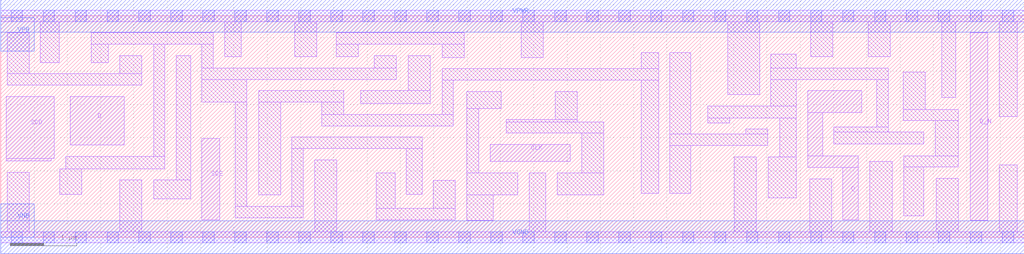
<source format=lef>
# Copyright 2020 The SkyWater PDK Authors
#
# Licensed under the Apache License, Version 2.0 (the "License");
# you may not use this file except in compliance with the License.
# You may obtain a copy of the License at
#
#     https://www.apache.org/licenses/LICENSE-2.0
#
# Unless required by applicable law or agreed to in writing, software
# distributed under the License is distributed on an "AS IS" BASIS,
# WITHOUT WARRANTIES OR CONDITIONS OF ANY KIND, either express or implied.
# See the License for the specific language governing permissions and
# limitations under the License.
#
# SPDX-License-Identifier: Apache-2.0

VERSION 5.5 ;
NAMESCASESENSITIVE ON ;
BUSBITCHARS "[]" ;
DIVIDERCHAR "/" ;
MACRO sky130_fd_sc_lp__sdfxbp_2
  CLASS CORE ;
  SOURCE USER ;
  ORIGIN  0.000000  0.000000 ;
  SIZE  15.36000 BY  3.330000 ;
  SYMMETRY X Y R90 ;
  SITE unit ;
  PIN D
    ANTENNAGATEAREA  0.159000 ;
    DIRECTION INPUT ;
    USE SIGNAL ;
    PORT
      LAYER li1 ;
        RECT 1.040000 1.385000 1.850000 2.120000 ;
    END
  END D
  PIN Q
    ANTENNADIFFAREA  0.588000 ;
    DIRECTION OUTPUT ;
    USE SIGNAL ;
    PORT
      LAYER li1 ;
        RECT 12.110000 1.050000 12.870000 1.220000 ;
        RECT 12.110000 1.220000 12.335000 1.875000 ;
        RECT 12.110000 1.875000 12.920000 2.205000 ;
        RECT 12.640000 0.260000 12.870000 1.050000 ;
    END
  END Q
  PIN Q_N
    ANTENNADIFFAREA  0.588000 ;
    DIRECTION OUTPUT ;
    USE SIGNAL ;
    PORT
      LAYER li1 ;
        RECT 14.555000 0.255000 14.815000 3.075000 ;
    END
  END Q_N
  PIN SCD
    ANTENNAGATEAREA  0.159000 ;
    DIRECTION INPUT ;
    USE SIGNAL ;
    PORT
      LAYER li1 ;
        RECT 0.085000 1.145000 0.755000 1.185000 ;
        RECT 0.085000 1.185000 0.805000 2.120000 ;
    END
  END SCD
  PIN SCE
    ANTENNAGATEAREA  0.318000 ;
    DIRECTION INPUT ;
    USE SIGNAL ;
    PORT
      LAYER li1 ;
        RECT 3.020000 0.265000 3.285000 1.485000 ;
    END
  END SCE
  PIN CLK
    ANTENNAGATEAREA  0.159000 ;
    DIRECTION INPUT ;
    USE CLOCK ;
    PORT
      LAYER li1 ;
        RECT 7.345000 1.140000 8.550000 1.395000 ;
    END
  END CLK
  PIN VGND
    DIRECTION INOUT ;
    USE GROUND ;
    PORT
      LAYER met1 ;
        RECT 0.000000 -0.245000 15.360000 0.245000 ;
    END
  END VGND
  PIN VNB
    DIRECTION INOUT ;
    USE GROUND ;
    PORT
      LAYER met1 ;
        RECT 0.000000 0.000000 0.500000 0.500000 ;
    END
  END VNB
  PIN VPB
    DIRECTION INOUT ;
    USE POWER ;
    PORT
      LAYER met1 ;
        RECT 0.000000 2.800000 0.500000 3.300000 ;
    END
  END VPB
  PIN VPWR
    DIRECTION INOUT ;
    USE POWER ;
    PORT
      LAYER met1 ;
        RECT 0.000000 3.085000 15.360000 3.575000 ;
    END
  END VPWR
  OBS
    LAYER li1 ;
      RECT  0.000000 -0.085000 15.360000 0.085000 ;
      RECT  0.000000  3.245000 15.360000 3.415000 ;
      RECT  0.095000  0.085000  0.425000 0.975000 ;
      RECT  0.095000  2.290000  2.115000 2.460000 ;
      RECT  0.095000  2.460000  0.425000 3.075000 ;
      RECT  0.595000  2.630000  0.875000 3.245000 ;
      RECT  0.885000  0.645000  1.215000 1.030000 ;
      RECT  0.975000  1.030000  2.465000 1.215000 ;
      RECT  1.355000  2.630000  1.615000 2.905000 ;
      RECT  1.355000  2.905000  3.190000 3.075000 ;
      RECT  1.785000  0.085000  2.115000 0.860000 ;
      RECT  1.785000  2.460000  2.115000 2.735000 ;
      RECT  2.295000  0.580000  2.850000 0.860000 ;
      RECT  2.295000  1.215000  2.465000 2.905000 ;
      RECT  2.635000  0.860000  2.850000 2.735000 ;
      RECT  3.020000  2.035000  3.690000 2.375000 ;
      RECT  3.020000  2.375000  5.935000 2.545000 ;
      RECT  3.020000  2.545000  3.190000 2.905000 ;
      RECT  3.360000  2.715000  3.610000 3.245000 ;
      RECT  3.520000  0.295000  4.540000 0.465000 ;
      RECT  3.520000  0.465000  3.690000 2.035000 ;
      RECT  3.870000  0.635000  4.200000 2.035000 ;
      RECT  3.870000  2.035000  5.145000 2.205000 ;
      RECT  4.370000  0.465000  4.540000 1.335000 ;
      RECT  4.370000  1.335000  6.325000 1.505000 ;
      RECT  4.415000  2.715000  4.745000 3.245000 ;
      RECT  4.710000  0.085000  5.040000 1.165000 ;
      RECT  4.815000  1.675000  6.795000 1.845000 ;
      RECT  4.815000  1.845000  5.145000 2.035000 ;
      RECT  5.035000  2.715000  5.365000 2.905000 ;
      RECT  5.035000  2.905000  6.955000 3.075000 ;
      RECT  5.400000  2.015000  6.445000 2.205000 ;
      RECT  5.605000  2.545000  5.935000 2.735000 ;
      RECT  5.635000  0.265000  6.825000 0.435000 ;
      RECT  5.635000  0.435000  5.920000 0.965000 ;
      RECT  6.090000  0.645000  6.325000 1.335000 ;
      RECT  6.115000  2.205000  6.445000 2.735000 ;
      RECT  6.495000  0.435000  6.825000 0.855000 ;
      RECT  6.625000  1.845000  6.795000 2.365000 ;
      RECT  6.625000  2.365000  9.875000 2.535000 ;
      RECT  6.625000  2.705000  6.955000 2.905000 ;
      RECT  6.995000  0.255000  7.395000 0.640000 ;
      RECT  6.995000  0.640000  7.760000 0.970000 ;
      RECT  6.995000  0.970000  7.175000 1.940000 ;
      RECT  6.995000  1.940000  7.515000 2.195000 ;
      RECT  7.590000  1.565000  9.050000 1.735000 ;
      RECT  7.590000  1.735000  8.650000 1.770000 ;
      RECT  7.810000  2.705000  8.140000 3.245000 ;
      RECT  7.930000  0.085000  8.180000 0.970000 ;
      RECT  8.320000  1.770000  8.650000 2.195000 ;
      RECT  8.350000  0.640000  9.050000 0.970000 ;
      RECT  8.720000  0.970000  9.050000 1.565000 ;
      RECT  9.615000  0.660000  9.875000 2.365000 ;
      RECT  9.615000  2.535000  9.875000 2.775000 ;
      RECT 10.045000  0.660000 10.360000 1.380000 ;
      RECT 10.045000  1.380000 11.510000 1.550000 ;
      RECT 10.045000  1.550000 10.360000 2.775000 ;
      RECT 10.610000  1.720000 10.940000 1.795000 ;
      RECT 10.610000  1.795000 11.940000 1.975000 ;
      RECT 10.915000  2.145000 11.390000 3.245000 ;
      RECT 11.010000  0.085000 11.340000 1.210000 ;
      RECT 11.180000  1.550000 11.510000 1.625000 ;
      RECT 11.520000  0.590000 11.940000 1.210000 ;
      RECT 11.560000  1.975000 11.940000 2.375000 ;
      RECT 11.560000  2.375000 13.320000 2.545000 ;
      RECT 11.560000  2.545000 11.940000 2.755000 ;
      RECT 11.690000  1.210000 11.940000 1.795000 ;
      RECT 12.140000  0.085000 12.470000 0.880000 ;
      RECT 12.160000  2.715000 12.490000 3.245000 ;
      RECT 12.505000  1.405000 13.855000 1.585000 ;
      RECT 12.505000  1.585000 13.320000 1.655000 ;
      RECT 13.020000  2.715000 13.350000 3.245000 ;
      RECT 13.040000  0.085000 13.385000 1.140000 ;
      RECT 13.150000  1.655000 13.320000 2.375000 ;
      RECT 13.545000  1.755000 14.375000 1.925000 ;
      RECT 13.545000  1.925000 13.875000 2.485000 ;
      RECT 13.555000  0.325000 13.855000 1.055000 ;
      RECT 13.555000  1.055000 14.375000 1.225000 ;
      RECT 14.025000  1.225000 14.375000 1.755000 ;
      RECT 14.045000  0.085000 14.375000 0.885000 ;
      RECT 14.125000  2.105000 14.335000 3.245000 ;
      RECT 14.985000  0.085000 15.255000 1.090000 ;
      RECT 14.985000  1.815000 15.255000 3.245000 ;
    LAYER mcon ;
      RECT  0.155000 -0.085000  0.325000 0.085000 ;
      RECT  0.155000  3.245000  0.325000 3.415000 ;
      RECT  0.635000 -0.085000  0.805000 0.085000 ;
      RECT  0.635000  3.245000  0.805000 3.415000 ;
      RECT  1.115000 -0.085000  1.285000 0.085000 ;
      RECT  1.115000  3.245000  1.285000 3.415000 ;
      RECT  1.595000 -0.085000  1.765000 0.085000 ;
      RECT  1.595000  3.245000  1.765000 3.415000 ;
      RECT  2.075000 -0.085000  2.245000 0.085000 ;
      RECT  2.075000  3.245000  2.245000 3.415000 ;
      RECT  2.555000 -0.085000  2.725000 0.085000 ;
      RECT  2.555000  3.245000  2.725000 3.415000 ;
      RECT  3.035000 -0.085000  3.205000 0.085000 ;
      RECT  3.035000  3.245000  3.205000 3.415000 ;
      RECT  3.515000 -0.085000  3.685000 0.085000 ;
      RECT  3.515000  3.245000  3.685000 3.415000 ;
      RECT  3.995000 -0.085000  4.165000 0.085000 ;
      RECT  3.995000  3.245000  4.165000 3.415000 ;
      RECT  4.475000 -0.085000  4.645000 0.085000 ;
      RECT  4.475000  3.245000  4.645000 3.415000 ;
      RECT  4.955000 -0.085000  5.125000 0.085000 ;
      RECT  4.955000  3.245000  5.125000 3.415000 ;
      RECT  5.435000 -0.085000  5.605000 0.085000 ;
      RECT  5.435000  3.245000  5.605000 3.415000 ;
      RECT  5.915000 -0.085000  6.085000 0.085000 ;
      RECT  5.915000  3.245000  6.085000 3.415000 ;
      RECT  6.395000 -0.085000  6.565000 0.085000 ;
      RECT  6.395000  3.245000  6.565000 3.415000 ;
      RECT  6.875000 -0.085000  7.045000 0.085000 ;
      RECT  6.875000  3.245000  7.045000 3.415000 ;
      RECT  7.355000 -0.085000  7.525000 0.085000 ;
      RECT  7.355000  3.245000  7.525000 3.415000 ;
      RECT  7.835000 -0.085000  8.005000 0.085000 ;
      RECT  7.835000  3.245000  8.005000 3.415000 ;
      RECT  8.315000 -0.085000  8.485000 0.085000 ;
      RECT  8.315000  3.245000  8.485000 3.415000 ;
      RECT  8.795000 -0.085000  8.965000 0.085000 ;
      RECT  8.795000  3.245000  8.965000 3.415000 ;
      RECT  9.275000 -0.085000  9.445000 0.085000 ;
      RECT  9.275000  3.245000  9.445000 3.415000 ;
      RECT  9.755000 -0.085000  9.925000 0.085000 ;
      RECT  9.755000  3.245000  9.925000 3.415000 ;
      RECT 10.235000 -0.085000 10.405000 0.085000 ;
      RECT 10.235000  3.245000 10.405000 3.415000 ;
      RECT 10.715000 -0.085000 10.885000 0.085000 ;
      RECT 10.715000  3.245000 10.885000 3.415000 ;
      RECT 11.195000 -0.085000 11.365000 0.085000 ;
      RECT 11.195000  3.245000 11.365000 3.415000 ;
      RECT 11.675000 -0.085000 11.845000 0.085000 ;
      RECT 11.675000  3.245000 11.845000 3.415000 ;
      RECT 12.155000 -0.085000 12.325000 0.085000 ;
      RECT 12.155000  3.245000 12.325000 3.415000 ;
      RECT 12.635000 -0.085000 12.805000 0.085000 ;
      RECT 12.635000  3.245000 12.805000 3.415000 ;
      RECT 13.115000 -0.085000 13.285000 0.085000 ;
      RECT 13.115000  3.245000 13.285000 3.415000 ;
      RECT 13.595000 -0.085000 13.765000 0.085000 ;
      RECT 13.595000  3.245000 13.765000 3.415000 ;
      RECT 14.075000 -0.085000 14.245000 0.085000 ;
      RECT 14.075000  3.245000 14.245000 3.415000 ;
      RECT 14.555000 -0.085000 14.725000 0.085000 ;
      RECT 14.555000  3.245000 14.725000 3.415000 ;
      RECT 15.035000 -0.085000 15.205000 0.085000 ;
      RECT 15.035000  3.245000 15.205000 3.415000 ;
  END
END sky130_fd_sc_lp__sdfxbp_2
END LIBRARY

</source>
